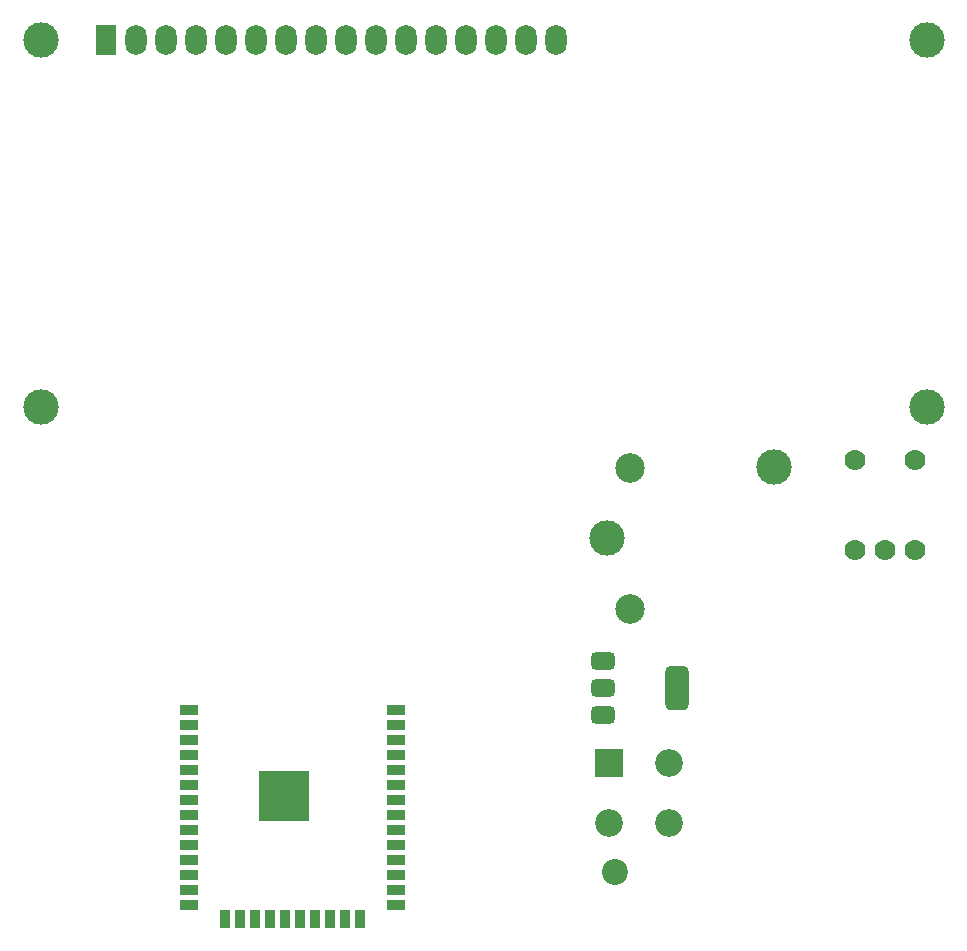
<source format=gbr>
%TF.GenerationSoftware,KiCad,Pcbnew,9.0.0*%
%TF.CreationDate,2025-03-30T19:27:41+05:30*%
%TF.ProjectId,Water_level_controller,57617465-725f-46c6-9576-656c5f636f6e,rev?*%
%TF.SameCoordinates,Original*%
%TF.FileFunction,Soldermask,Top*%
%TF.FilePolarity,Negative*%
%FSLAX46Y46*%
G04 Gerber Fmt 4.6, Leading zero omitted, Abs format (unit mm)*
G04 Created by KiCad (PCBNEW 9.0.0) date 2025-03-30 19:27:41*
%MOMM*%
%LPD*%
G01*
G04 APERTURE LIST*
G04 Aperture macros list*
%AMRoundRect*
0 Rectangle with rounded corners*
0 $1 Rounding radius*
0 $2 $3 $4 $5 $6 $7 $8 $9 X,Y pos of 4 corners*
0 Add a 4 corners polygon primitive as box body*
4,1,4,$2,$3,$4,$5,$6,$7,$8,$9,$2,$3,0*
0 Add four circle primitives for the rounded corners*
1,1,$1+$1,$2,$3*
1,1,$1+$1,$4,$5*
1,1,$1+$1,$6,$7*
1,1,$1+$1,$8,$9*
0 Add four rect primitives between the rounded corners*
20,1,$1+$1,$2,$3,$4,$5,0*
20,1,$1+$1,$4,$5,$6,$7,0*
20,1,$1+$1,$6,$7,$8,$9,0*
20,1,$1+$1,$8,$9,$2,$3,0*%
G04 Aperture macros list end*
%ADD10R,1.500000X0.900000*%
%ADD11R,0.900000X1.500000*%
%ADD12C,0.600000*%
%ADD13R,4.200000X4.200000*%
%ADD14C,2.200000*%
%ADD15R,2.350000X2.350000*%
%ADD16C,2.350000*%
%ADD17C,3.000000*%
%ADD18R,1.800000X2.600000*%
%ADD19O,1.800000X2.600000*%
%ADD20RoundRect,0.375000X-0.625000X-0.375000X0.625000X-0.375000X0.625000X0.375000X-0.625000X0.375000X0*%
%ADD21RoundRect,0.500000X-0.500000X-1.400000X0.500000X-1.400000X0.500000X1.400000X-0.500000X1.400000X0*%
%ADD22C,1.778000*%
%ADD23C,2.500000*%
G04 APERTURE END LIST*
D10*
%TO.C,U1*%
X106810000Y-110315000D03*
X106810000Y-111585000D03*
X106810000Y-112855000D03*
X106810000Y-114125000D03*
X106810000Y-115395000D03*
X106810000Y-116665000D03*
X106810000Y-117935000D03*
X106810000Y-119205000D03*
X106810000Y-120475000D03*
X106810000Y-121745000D03*
X106810000Y-123015000D03*
X106810000Y-124285000D03*
X106810000Y-125555000D03*
X106810000Y-126825000D03*
D11*
X109850000Y-128075000D03*
X111120000Y-128075000D03*
X112390000Y-128075000D03*
X113660000Y-128075000D03*
X114930000Y-128075000D03*
X116200000Y-128075000D03*
X117470000Y-128075000D03*
X118740000Y-128075000D03*
X120010000Y-128075000D03*
X121280000Y-128075000D03*
D10*
X124310000Y-126825000D03*
X124310000Y-125555000D03*
X124310000Y-124285000D03*
X124310000Y-123015000D03*
X124310000Y-121745000D03*
X124310000Y-120475000D03*
X124310000Y-119205000D03*
X124310000Y-117935000D03*
X124310000Y-116665000D03*
X124310000Y-115395000D03*
X124310000Y-114125000D03*
X124310000Y-112855000D03*
X124310000Y-111585000D03*
X124310000Y-110315000D03*
D12*
X113355000Y-116892500D03*
X113355000Y-118417500D03*
X114117500Y-116130000D03*
X114117500Y-117655000D03*
X114117500Y-119180000D03*
X114880000Y-116892500D03*
D13*
X114880000Y-117655000D03*
D12*
X114880000Y-118417500D03*
X115642500Y-116130000D03*
X115642500Y-117655000D03*
X115642500Y-119180000D03*
X116405000Y-116892500D03*
X116405000Y-118417500D03*
%TD*%
D14*
%TO.C,U3*%
X142860000Y-124055000D03*
%TD*%
D15*
%TO.C,D1*%
X142320000Y-114805000D03*
D16*
X142320000Y-119885000D03*
X147400000Y-119885000D03*
X147400000Y-114805000D03*
%TD*%
D17*
%TO.C,DS1*%
X94250900Y-53642500D03*
X94250900Y-84643200D03*
X169249480Y-84643200D03*
X169250000Y-53642500D03*
D18*
X99750000Y-53642500D03*
D19*
X102290000Y-53642500D03*
X104830000Y-53642500D03*
X107370000Y-53642500D03*
X109910000Y-53642500D03*
X112450000Y-53642500D03*
X114990000Y-53642500D03*
X117530000Y-53642500D03*
X120070000Y-53642500D03*
X122610000Y-53642500D03*
X125150000Y-53642500D03*
X127690000Y-53642500D03*
X130230000Y-53642500D03*
X132770000Y-53642500D03*
X135310000Y-53642500D03*
X137850000Y-53642500D03*
%TD*%
D20*
%TO.C,U2*%
X141860000Y-106150000D03*
X141860000Y-108450000D03*
D21*
X148160000Y-108450000D03*
D20*
X141860000Y-110750000D03*
%TD*%
D22*
%TO.C,SW1*%
X163170000Y-89130000D03*
X168250000Y-89130000D03*
X168250000Y-96750000D03*
X165710000Y-96750000D03*
X163170000Y-96750000D03*
%TD*%
D17*
%TO.C,K1*%
X142160000Y-95775000D03*
D23*
X144110000Y-101825000D03*
D17*
X156360000Y-89775000D03*
D23*
X144110000Y-89825000D03*
%TD*%
M02*

</source>
